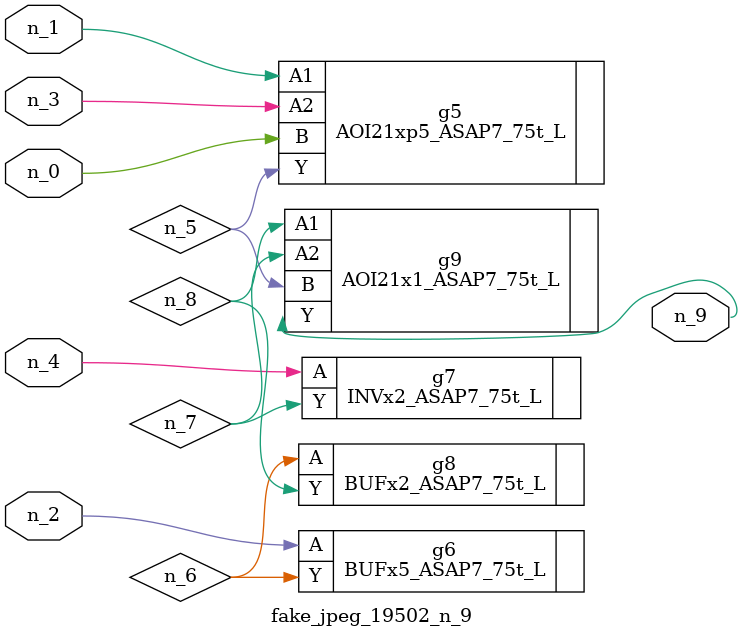
<source format=v>
module fake_jpeg_19502_n_9 (n_3, n_2, n_1, n_0, n_4, n_9);

input n_3;
input n_2;
input n_1;
input n_0;
input n_4;

output n_9;

wire n_8;
wire n_6;
wire n_5;
wire n_7;

AOI21xp5_ASAP7_75t_L g5 ( 
.A1(n_1),
.A2(n_3),
.B(n_0),
.Y(n_5)
);

BUFx5_ASAP7_75t_L g6 ( 
.A(n_2),
.Y(n_6)
);

INVx2_ASAP7_75t_L g7 ( 
.A(n_4),
.Y(n_7)
);

BUFx2_ASAP7_75t_L g8 ( 
.A(n_6),
.Y(n_8)
);

AOI21x1_ASAP7_75t_L g9 ( 
.A1(n_8),
.A2(n_7),
.B(n_5),
.Y(n_9)
);


endmodule
</source>
